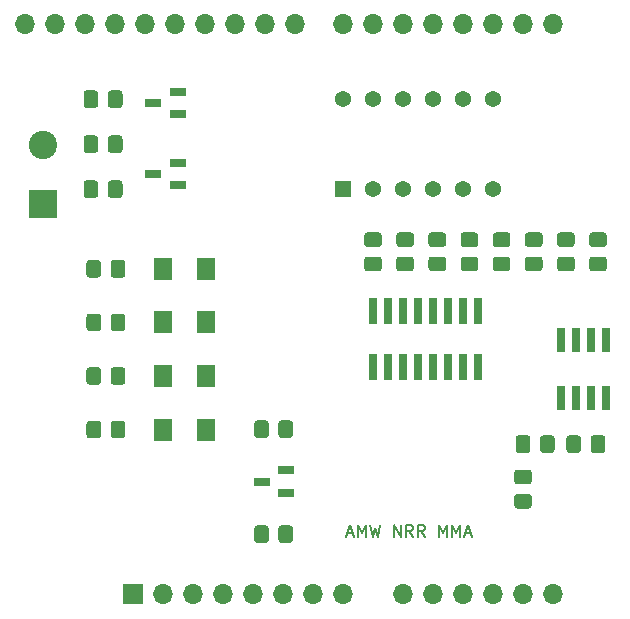
<source format=gbr>
%TF.GenerationSoftware,KiCad,Pcbnew,(5.1.6)-1*%
%TF.CreationDate,2020-09-16T22:31:17-05:00*%
%TF.ProjectId,voltmeter,766f6c74-6d65-4746-9572-2e6b69636164,rev?*%
%TF.SameCoordinates,Original*%
%TF.FileFunction,Soldermask,Top*%
%TF.FilePolarity,Negative*%
%FSLAX46Y46*%
G04 Gerber Fmt 4.6, Leading zero omitted, Abs format (unit mm)*
G04 Created by KiCad (PCBNEW (5.1.6)-1) date 2020-09-16 22:31:17*
%MOMM*%
%LPD*%
G01*
G04 APERTURE LIST*
%ADD10C,0.150000*%
%ADD11O,1.701600X1.701600*%
%ADD12R,1.701600X1.701600*%
%ADD13R,1.440000X0.740000*%
%ADD14R,0.660400X2.082800*%
%ADD15R,0.660400X2.286000*%
%ADD16C,1.371600*%
%ADD17R,1.371600X1.371600*%
%ADD18C,2.401600*%
%ADD19R,2.401600X2.401600*%
%ADD20R,1.601600X1.901600*%
G04 APERTURE END LIST*
D10*
X143859904Y-123102666D02*
X144336095Y-123102666D01*
X143764666Y-123388380D02*
X144098000Y-122388380D01*
X144431333Y-123388380D01*
X144764666Y-123388380D02*
X144764666Y-122388380D01*
X145098000Y-123102666D01*
X145431333Y-122388380D01*
X145431333Y-123388380D01*
X145812285Y-122388380D02*
X146050380Y-123388380D01*
X146240857Y-122674095D01*
X146431333Y-123388380D01*
X146669428Y-122388380D01*
X147812285Y-123388380D02*
X147812285Y-122388380D01*
X148383714Y-123388380D01*
X148383714Y-122388380D01*
X149431333Y-123388380D02*
X149098000Y-122912190D01*
X148859904Y-123388380D02*
X148859904Y-122388380D01*
X149240857Y-122388380D01*
X149336095Y-122436000D01*
X149383714Y-122483619D01*
X149431333Y-122578857D01*
X149431333Y-122721714D01*
X149383714Y-122816952D01*
X149336095Y-122864571D01*
X149240857Y-122912190D01*
X148859904Y-122912190D01*
X150431333Y-123388380D02*
X150098000Y-122912190D01*
X149859904Y-123388380D02*
X149859904Y-122388380D01*
X150240857Y-122388380D01*
X150336095Y-122436000D01*
X150383714Y-122483619D01*
X150431333Y-122578857D01*
X150431333Y-122721714D01*
X150383714Y-122816952D01*
X150336095Y-122864571D01*
X150240857Y-122912190D01*
X149859904Y-122912190D01*
X151621809Y-123388380D02*
X151621809Y-122388380D01*
X151955142Y-123102666D01*
X152288476Y-122388380D01*
X152288476Y-123388380D01*
X152764666Y-123388380D02*
X152764666Y-122388380D01*
X153098000Y-123102666D01*
X153431333Y-122388380D01*
X153431333Y-123388380D01*
X153859904Y-123102666D02*
X154336095Y-123102666D01*
X153764666Y-123388380D02*
X154098000Y-122388380D01*
X154431333Y-123388380D01*
D11*
%TO.C,A0*%
X158750000Y-80010000D03*
X161290000Y-80010000D03*
X121670000Y-80010000D03*
X161290000Y-128270000D03*
X124210000Y-80010000D03*
X158750000Y-128270000D03*
X126750000Y-80010000D03*
X156210000Y-128270000D03*
X129290000Y-80010000D03*
X153670000Y-128270000D03*
X131830000Y-80010000D03*
X151130000Y-128270000D03*
X134370000Y-80010000D03*
X148590000Y-128270000D03*
X136910000Y-80010000D03*
X143510000Y-128270000D03*
X139450000Y-80010000D03*
X140970000Y-128270000D03*
X143510000Y-80010000D03*
X138430000Y-128270000D03*
X146050000Y-80010000D03*
X135890000Y-128270000D03*
X148590000Y-80010000D03*
X133350000Y-128270000D03*
X151130000Y-80010000D03*
X130810000Y-128270000D03*
X153670000Y-80010000D03*
X128270000Y-128270000D03*
X156210000Y-80010000D03*
D12*
X125730000Y-128270000D03*
D11*
X119130000Y-80010000D03*
X116590000Y-80010000D03*
%TD*%
D13*
%TO.C,VR1*%
X138710001Y-119695000D03*
X138710001Y-117795000D03*
X136610001Y-118745000D03*
%TD*%
D14*
%TO.C,U2*%
X165735000Y-111683800D03*
X164465000Y-111683800D03*
X163195000Y-111683800D03*
X161925000Y-111683800D03*
X161925000Y-106756200D03*
X163195000Y-106756200D03*
X164465000Y-106756200D03*
X165735000Y-106756200D03*
%TD*%
D15*
%TO.C,U1*%
X154940000Y-109042200D03*
X153670000Y-109042200D03*
X152400000Y-109042200D03*
X151130000Y-109042200D03*
X149860000Y-109042200D03*
X148590000Y-109042200D03*
X147320000Y-109042200D03*
X146050000Y-109042200D03*
X146050000Y-104317800D03*
X147320000Y-104317800D03*
X148590000Y-104317800D03*
X149860000Y-104317800D03*
X151130000Y-104317800D03*
X152400000Y-104317800D03*
X153670000Y-104317800D03*
X154940000Y-104317800D03*
%TD*%
%TO.C,R16*%
G36*
G01*
X123035800Y-113853188D02*
X123035800Y-114810616D01*
G75*
G02*
X122763714Y-115082702I-272086J0D01*
G01*
X122056286Y-115082702D01*
G75*
G02*
X121784200Y-114810616I0J272086D01*
G01*
X121784200Y-113853188D01*
G75*
G02*
X122056286Y-113581102I272086J0D01*
G01*
X122763714Y-113581102D01*
G75*
G02*
X123035800Y-113853188I0J-272086D01*
G01*
G37*
G36*
G01*
X125085800Y-113853188D02*
X125085800Y-114810616D01*
G75*
G02*
X124813714Y-115082702I-272086J0D01*
G01*
X124106286Y-115082702D01*
G75*
G02*
X123834200Y-114810616I0J272086D01*
G01*
X123834200Y-113853188D01*
G75*
G02*
X124106286Y-113581102I272086J0D01*
G01*
X124813714Y-113581102D01*
G75*
G02*
X125085800Y-113853188I0J-272086D01*
G01*
G37*
%TD*%
%TO.C,R15*%
G36*
G01*
X123035800Y-109316363D02*
X123035800Y-110273791D01*
G75*
G02*
X122763714Y-110545877I-272086J0D01*
G01*
X122056286Y-110545877D01*
G75*
G02*
X121784200Y-110273791I0J272086D01*
G01*
X121784200Y-109316363D01*
G75*
G02*
X122056286Y-109044277I272086J0D01*
G01*
X122763714Y-109044277D01*
G75*
G02*
X123035800Y-109316363I0J-272086D01*
G01*
G37*
G36*
G01*
X125085800Y-109316363D02*
X125085800Y-110273791D01*
G75*
G02*
X124813714Y-110545877I-272086J0D01*
G01*
X124106286Y-110545877D01*
G75*
G02*
X123834200Y-110273791I0J272086D01*
G01*
X123834200Y-109316363D01*
G75*
G02*
X124106286Y-109044277I272086J0D01*
G01*
X124813714Y-109044277D01*
G75*
G02*
X125085800Y-109316363I0J-272086D01*
G01*
G37*
%TD*%
%TO.C,R14*%
G36*
G01*
X123035800Y-100242713D02*
X123035800Y-101200141D01*
G75*
G02*
X122763714Y-101472227I-272086J0D01*
G01*
X122056286Y-101472227D01*
G75*
G02*
X121784200Y-101200141I0J272086D01*
G01*
X121784200Y-100242713D01*
G75*
G02*
X122056286Y-99970627I272086J0D01*
G01*
X122763714Y-99970627D01*
G75*
G02*
X123035800Y-100242713I0J-272086D01*
G01*
G37*
G36*
G01*
X125085800Y-100242713D02*
X125085800Y-101200141D01*
G75*
G02*
X124813714Y-101472227I-272086J0D01*
G01*
X124106286Y-101472227D01*
G75*
G02*
X123834200Y-101200141I0J272086D01*
G01*
X123834200Y-100242713D01*
G75*
G02*
X124106286Y-99970627I272086J0D01*
G01*
X124813714Y-99970627D01*
G75*
G02*
X125085800Y-100242713I0J-272086D01*
G01*
G37*
%TD*%
%TO.C,R13*%
G36*
G01*
X123035800Y-104779538D02*
X123035800Y-105736966D01*
G75*
G02*
X122763714Y-106009052I-272086J0D01*
G01*
X122056286Y-106009052D01*
G75*
G02*
X121784200Y-105736966I0J272086D01*
G01*
X121784200Y-104779538D01*
G75*
G02*
X122056286Y-104507452I272086J0D01*
G01*
X122763714Y-104507452D01*
G75*
G02*
X123035800Y-104779538I0J-272086D01*
G01*
G37*
G36*
G01*
X125085800Y-104779538D02*
X125085800Y-105736966D01*
G75*
G02*
X124813714Y-106009052I-272086J0D01*
G01*
X124106286Y-106009052D01*
G75*
G02*
X123834200Y-105736966I0J272086D01*
G01*
X123834200Y-104779538D01*
G75*
G02*
X124106286Y-104507452I272086J0D01*
G01*
X124813714Y-104507452D01*
G75*
G02*
X125085800Y-104779538I0J-272086D01*
G01*
G37*
%TD*%
%TO.C,R12*%
G36*
G01*
X158271286Y-119779200D02*
X159228714Y-119779200D01*
G75*
G02*
X159500800Y-120051286I0J-272086D01*
G01*
X159500800Y-120758714D01*
G75*
G02*
X159228714Y-121030800I-272086J0D01*
G01*
X158271286Y-121030800D01*
G75*
G02*
X157999200Y-120758714I0J272086D01*
G01*
X157999200Y-120051286D01*
G75*
G02*
X158271286Y-119779200I272086J0D01*
G01*
G37*
G36*
G01*
X158271286Y-117729200D02*
X159228714Y-117729200D01*
G75*
G02*
X159500800Y-118001286I0J-272086D01*
G01*
X159500800Y-118708714D01*
G75*
G02*
X159228714Y-118980800I-272086J0D01*
G01*
X158271286Y-118980800D01*
G75*
G02*
X157999200Y-118708714I0J272086D01*
G01*
X157999200Y-118001286D01*
G75*
G02*
X158271286Y-117729200I272086J0D01*
G01*
G37*
%TD*%
%TO.C,R11*%
G36*
G01*
X160174200Y-116048714D02*
X160174200Y-115091286D01*
G75*
G02*
X160446286Y-114819200I272086J0D01*
G01*
X161153714Y-114819200D01*
G75*
G02*
X161425800Y-115091286I0J-272086D01*
G01*
X161425800Y-116048714D01*
G75*
G02*
X161153714Y-116320800I-272086J0D01*
G01*
X160446286Y-116320800D01*
G75*
G02*
X160174200Y-116048714I0J272086D01*
G01*
G37*
G36*
G01*
X158124200Y-116048714D02*
X158124200Y-115091286D01*
G75*
G02*
X158396286Y-114819200I272086J0D01*
G01*
X159103714Y-114819200D01*
G75*
G02*
X159375800Y-115091286I0J-272086D01*
G01*
X159375800Y-116048714D01*
G75*
G02*
X159103714Y-116320800I-272086J0D01*
G01*
X158396286Y-116320800D01*
G75*
G02*
X158124200Y-116048714I0J272086D01*
G01*
G37*
%TD*%
%TO.C,R10*%
G36*
G01*
X159178426Y-99684200D02*
X160135854Y-99684200D01*
G75*
G02*
X160407940Y-99956286I0J-272086D01*
G01*
X160407940Y-100663714D01*
G75*
G02*
X160135854Y-100935800I-272086J0D01*
G01*
X159178426Y-100935800D01*
G75*
G02*
X158906340Y-100663714I0J272086D01*
G01*
X158906340Y-99956286D01*
G75*
G02*
X159178426Y-99684200I272086J0D01*
G01*
G37*
G36*
G01*
X159178426Y-97634200D02*
X160135854Y-97634200D01*
G75*
G02*
X160407940Y-97906286I0J-272086D01*
G01*
X160407940Y-98613714D01*
G75*
G02*
X160135854Y-98885800I-272086J0D01*
G01*
X159178426Y-98885800D01*
G75*
G02*
X158906340Y-98613714I0J272086D01*
G01*
X158906340Y-97906286D01*
G75*
G02*
X159178426Y-97634200I272086J0D01*
G01*
G37*
%TD*%
%TO.C,R9*%
G36*
G01*
X161899854Y-99684200D02*
X162857282Y-99684200D01*
G75*
G02*
X163129368Y-99956286I0J-272086D01*
G01*
X163129368Y-100663714D01*
G75*
G02*
X162857282Y-100935800I-272086J0D01*
G01*
X161899854Y-100935800D01*
G75*
G02*
X161627768Y-100663714I0J272086D01*
G01*
X161627768Y-99956286D01*
G75*
G02*
X161899854Y-99684200I272086J0D01*
G01*
G37*
G36*
G01*
X161899854Y-97634200D02*
X162857282Y-97634200D01*
G75*
G02*
X163129368Y-97906286I0J-272086D01*
G01*
X163129368Y-98613714D01*
G75*
G02*
X162857282Y-98885800I-272086J0D01*
G01*
X161899854Y-98885800D01*
G75*
G02*
X161627768Y-98613714I0J272086D01*
G01*
X161627768Y-97906286D01*
G75*
G02*
X161899854Y-97634200I272086J0D01*
G01*
G37*
%TD*%
%TO.C,R8*%
G36*
G01*
X164621286Y-99684200D02*
X165578714Y-99684200D01*
G75*
G02*
X165850800Y-99956286I0J-272086D01*
G01*
X165850800Y-100663714D01*
G75*
G02*
X165578714Y-100935800I-272086J0D01*
G01*
X164621286Y-100935800D01*
G75*
G02*
X164349200Y-100663714I0J272086D01*
G01*
X164349200Y-99956286D01*
G75*
G02*
X164621286Y-99684200I272086J0D01*
G01*
G37*
G36*
G01*
X164621286Y-97634200D02*
X165578714Y-97634200D01*
G75*
G02*
X165850800Y-97906286I0J-272086D01*
G01*
X165850800Y-98613714D01*
G75*
G02*
X165578714Y-98885800I-272086J0D01*
G01*
X164621286Y-98885800D01*
G75*
G02*
X164349200Y-98613714I0J272086D01*
G01*
X164349200Y-97906286D01*
G75*
G02*
X164621286Y-97634200I272086J0D01*
G01*
G37*
%TD*%
%TO.C,R7*%
G36*
G01*
X156456998Y-99684200D02*
X157414426Y-99684200D01*
G75*
G02*
X157686512Y-99956286I0J-272086D01*
G01*
X157686512Y-100663714D01*
G75*
G02*
X157414426Y-100935800I-272086J0D01*
G01*
X156456998Y-100935800D01*
G75*
G02*
X156184912Y-100663714I0J272086D01*
G01*
X156184912Y-99956286D01*
G75*
G02*
X156456998Y-99684200I272086J0D01*
G01*
G37*
G36*
G01*
X156456998Y-97634200D02*
X157414426Y-97634200D01*
G75*
G02*
X157686512Y-97906286I0J-272086D01*
G01*
X157686512Y-98613714D01*
G75*
G02*
X157414426Y-98885800I-272086J0D01*
G01*
X156456998Y-98885800D01*
G75*
G02*
X156184912Y-98613714I0J272086D01*
G01*
X156184912Y-97906286D01*
G75*
G02*
X156456998Y-97634200I272086J0D01*
G01*
G37*
%TD*%
%TO.C,R6*%
G36*
G01*
X153735570Y-99684200D02*
X154692998Y-99684200D01*
G75*
G02*
X154965084Y-99956286I0J-272086D01*
G01*
X154965084Y-100663714D01*
G75*
G02*
X154692998Y-100935800I-272086J0D01*
G01*
X153735570Y-100935800D01*
G75*
G02*
X153463484Y-100663714I0J272086D01*
G01*
X153463484Y-99956286D01*
G75*
G02*
X153735570Y-99684200I272086J0D01*
G01*
G37*
G36*
G01*
X153735570Y-97634200D02*
X154692998Y-97634200D01*
G75*
G02*
X154965084Y-97906286I0J-272086D01*
G01*
X154965084Y-98613714D01*
G75*
G02*
X154692998Y-98885800I-272086J0D01*
G01*
X153735570Y-98885800D01*
G75*
G02*
X153463484Y-98613714I0J272086D01*
G01*
X153463484Y-97906286D01*
G75*
G02*
X153735570Y-97634200I272086J0D01*
G01*
G37*
%TD*%
%TO.C,R5*%
G36*
G01*
X151014142Y-99684200D02*
X151971570Y-99684200D01*
G75*
G02*
X152243656Y-99956286I0J-272086D01*
G01*
X152243656Y-100663714D01*
G75*
G02*
X151971570Y-100935800I-272086J0D01*
G01*
X151014142Y-100935800D01*
G75*
G02*
X150742056Y-100663714I0J272086D01*
G01*
X150742056Y-99956286D01*
G75*
G02*
X151014142Y-99684200I272086J0D01*
G01*
G37*
G36*
G01*
X151014142Y-97634200D02*
X151971570Y-97634200D01*
G75*
G02*
X152243656Y-97906286I0J-272086D01*
G01*
X152243656Y-98613714D01*
G75*
G02*
X151971570Y-98885800I-272086J0D01*
G01*
X151014142Y-98885800D01*
G75*
G02*
X150742056Y-98613714I0J272086D01*
G01*
X150742056Y-97906286D01*
G75*
G02*
X151014142Y-97634200I272086J0D01*
G01*
G37*
%TD*%
%TO.C,R4*%
G36*
G01*
X148292714Y-99684200D02*
X149250142Y-99684200D01*
G75*
G02*
X149522228Y-99956286I0J-272086D01*
G01*
X149522228Y-100663714D01*
G75*
G02*
X149250142Y-100935800I-272086J0D01*
G01*
X148292714Y-100935800D01*
G75*
G02*
X148020628Y-100663714I0J272086D01*
G01*
X148020628Y-99956286D01*
G75*
G02*
X148292714Y-99684200I272086J0D01*
G01*
G37*
G36*
G01*
X148292714Y-97634200D02*
X149250142Y-97634200D01*
G75*
G02*
X149522228Y-97906286I0J-272086D01*
G01*
X149522228Y-98613714D01*
G75*
G02*
X149250142Y-98885800I-272086J0D01*
G01*
X148292714Y-98885800D01*
G75*
G02*
X148020628Y-98613714I0J272086D01*
G01*
X148020628Y-97906286D01*
G75*
G02*
X148292714Y-97634200I272086J0D01*
G01*
G37*
%TD*%
%TO.C,R3*%
G36*
G01*
X145571286Y-99684200D02*
X146528714Y-99684200D01*
G75*
G02*
X146800800Y-99956286I0J-272086D01*
G01*
X146800800Y-100663714D01*
G75*
G02*
X146528714Y-100935800I-272086J0D01*
G01*
X145571286Y-100935800D01*
G75*
G02*
X145299200Y-100663714I0J272086D01*
G01*
X145299200Y-99956286D01*
G75*
G02*
X145571286Y-99684200I272086J0D01*
G01*
G37*
G36*
G01*
X145571286Y-97634200D02*
X146528714Y-97634200D01*
G75*
G02*
X146800800Y-97906286I0J-272086D01*
G01*
X146800800Y-98613714D01*
G75*
G02*
X146528714Y-98885800I-272086J0D01*
G01*
X145571286Y-98885800D01*
G75*
G02*
X145299200Y-98613714I0J272086D01*
G01*
X145299200Y-97906286D01*
G75*
G02*
X145571286Y-97634200I272086J0D01*
G01*
G37*
%TD*%
%TO.C,R2*%
G36*
G01*
X123589200Y-86838714D02*
X123589200Y-85881286D01*
G75*
G02*
X123861286Y-85609200I272086J0D01*
G01*
X124568714Y-85609200D01*
G75*
G02*
X124840800Y-85881286I0J-272086D01*
G01*
X124840800Y-86838714D01*
G75*
G02*
X124568714Y-87110800I-272086J0D01*
G01*
X123861286Y-87110800D01*
G75*
G02*
X123589200Y-86838714I0J272086D01*
G01*
G37*
G36*
G01*
X121539200Y-86838714D02*
X121539200Y-85881286D01*
G75*
G02*
X121811286Y-85609200I272086J0D01*
G01*
X122518714Y-85609200D01*
G75*
G02*
X122790800Y-85881286I0J-272086D01*
G01*
X122790800Y-86838714D01*
G75*
G02*
X122518714Y-87110800I-272086J0D01*
G01*
X121811286Y-87110800D01*
G75*
G02*
X121539200Y-86838714I0J272086D01*
G01*
G37*
%TD*%
%TO.C,R1*%
G36*
G01*
X123589200Y-94458714D02*
X123589200Y-93501286D01*
G75*
G02*
X123861286Y-93229200I272086J0D01*
G01*
X124568714Y-93229200D01*
G75*
G02*
X124840800Y-93501286I0J-272086D01*
G01*
X124840800Y-94458714D01*
G75*
G02*
X124568714Y-94730800I-272086J0D01*
G01*
X123861286Y-94730800D01*
G75*
G02*
X123589200Y-94458714I0J272086D01*
G01*
G37*
G36*
G01*
X121539200Y-94458714D02*
X121539200Y-93501286D01*
G75*
G02*
X121811286Y-93229200I272086J0D01*
G01*
X122518714Y-93229200D01*
G75*
G02*
X122790800Y-93501286I0J-272086D01*
G01*
X122790800Y-94458714D01*
G75*
G02*
X122518714Y-94730800I-272086J0D01*
G01*
X121811286Y-94730800D01*
G75*
G02*
X121539200Y-94458714I0J272086D01*
G01*
G37*
%TD*%
%TO.C,R0*%
G36*
G01*
X123589200Y-90648714D02*
X123589200Y-89691286D01*
G75*
G02*
X123861286Y-89419200I272086J0D01*
G01*
X124568714Y-89419200D01*
G75*
G02*
X124840800Y-89691286I0J-272086D01*
G01*
X124840800Y-90648714D01*
G75*
G02*
X124568714Y-90920800I-272086J0D01*
G01*
X123861286Y-90920800D01*
G75*
G02*
X123589200Y-90648714I0J272086D01*
G01*
G37*
G36*
G01*
X121539200Y-90648714D02*
X121539200Y-89691286D01*
G75*
G02*
X121811286Y-89419200I272086J0D01*
G01*
X122518714Y-89419200D01*
G75*
G02*
X122790800Y-89691286I0J-272086D01*
G01*
X122790800Y-90648714D01*
G75*
G02*
X122518714Y-90920800I-272086J0D01*
G01*
X121811286Y-90920800D01*
G75*
G02*
X121539200Y-90648714I0J272086D01*
G01*
G37*
%TD*%
D13*
%TO.C,Q2*%
X129540000Y-87630000D03*
X129540000Y-85730000D03*
X127440000Y-86680000D03*
%TD*%
%TO.C,Q1*%
X129540000Y-93660000D03*
X129540000Y-91760000D03*
X127440000Y-92710000D03*
%TD*%
D16*
%TO.C,LED1*%
X143510000Y-86360000D03*
X146050000Y-86360000D03*
X148590000Y-86360000D03*
X151130000Y-86360000D03*
X153670000Y-86360000D03*
X156210000Y-86360000D03*
X156210000Y-93980000D03*
X153670000Y-93980000D03*
X151130000Y-93980000D03*
X148590000Y-93980000D03*
X146050000Y-93980000D03*
D17*
X143510000Y-93980000D03*
%TD*%
D18*
%TO.C,J0*%
X118110000Y-90250000D03*
D19*
X118110000Y-95250000D03*
%TD*%
D20*
%TO.C,D4*%
X128270000Y-114331902D03*
X131870000Y-114331902D03*
%TD*%
%TO.C,D3*%
X128270000Y-109795077D03*
X131870000Y-109795077D03*
%TD*%
%TO.C,D2*%
X128270000Y-100721427D03*
X131870000Y-100721427D03*
%TD*%
%TO.C,D1*%
X128270000Y-105258252D03*
X131870000Y-105258252D03*
%TD*%
%TO.C,C3*%
G36*
G01*
X163675800Y-115091286D02*
X163675800Y-116048714D01*
G75*
G02*
X163403714Y-116320800I-272086J0D01*
G01*
X162696286Y-116320800D01*
G75*
G02*
X162424200Y-116048714I0J272086D01*
G01*
X162424200Y-115091286D01*
G75*
G02*
X162696286Y-114819200I272086J0D01*
G01*
X163403714Y-114819200D01*
G75*
G02*
X163675800Y-115091286I0J-272086D01*
G01*
G37*
G36*
G01*
X165725800Y-115091286D02*
X165725800Y-116048714D01*
G75*
G02*
X165453714Y-116320800I-272086J0D01*
G01*
X164746286Y-116320800D01*
G75*
G02*
X164474200Y-116048714I0J272086D01*
G01*
X164474200Y-115091286D01*
G75*
G02*
X164746286Y-114819200I272086J0D01*
G01*
X165453714Y-114819200D01*
G75*
G02*
X165725800Y-115091286I0J-272086D01*
G01*
G37*
%TD*%
%TO.C,C2*%
G36*
G01*
X137235801Y-113821286D02*
X137235801Y-114778714D01*
G75*
G02*
X136963715Y-115050800I-272086J0D01*
G01*
X136256287Y-115050800D01*
G75*
G02*
X135984201Y-114778714I0J272086D01*
G01*
X135984201Y-113821286D01*
G75*
G02*
X136256287Y-113549200I272086J0D01*
G01*
X136963715Y-113549200D01*
G75*
G02*
X137235801Y-113821286I0J-272086D01*
G01*
G37*
G36*
G01*
X139285801Y-113821286D02*
X139285801Y-114778714D01*
G75*
G02*
X139013715Y-115050800I-272086J0D01*
G01*
X138306287Y-115050800D01*
G75*
G02*
X138034201Y-114778714I0J272086D01*
G01*
X138034201Y-113821286D01*
G75*
G02*
X138306287Y-113549200I272086J0D01*
G01*
X139013715Y-113549200D01*
G75*
G02*
X139285801Y-113821286I0J-272086D01*
G01*
G37*
%TD*%
%TO.C,C1*%
G36*
G01*
X137235801Y-122711286D02*
X137235801Y-123668714D01*
G75*
G02*
X136963715Y-123940800I-272086J0D01*
G01*
X136256287Y-123940800D01*
G75*
G02*
X135984201Y-123668714I0J272086D01*
G01*
X135984201Y-122711286D01*
G75*
G02*
X136256287Y-122439200I272086J0D01*
G01*
X136963715Y-122439200D01*
G75*
G02*
X137235801Y-122711286I0J-272086D01*
G01*
G37*
G36*
G01*
X139285801Y-122711286D02*
X139285801Y-123668714D01*
G75*
G02*
X139013715Y-123940800I-272086J0D01*
G01*
X138306287Y-123940800D01*
G75*
G02*
X138034201Y-123668714I0J272086D01*
G01*
X138034201Y-122711286D01*
G75*
G02*
X138306287Y-122439200I272086J0D01*
G01*
X139013715Y-122439200D01*
G75*
G02*
X139285801Y-122711286I0J-272086D01*
G01*
G37*
%TD*%
M02*

</source>
